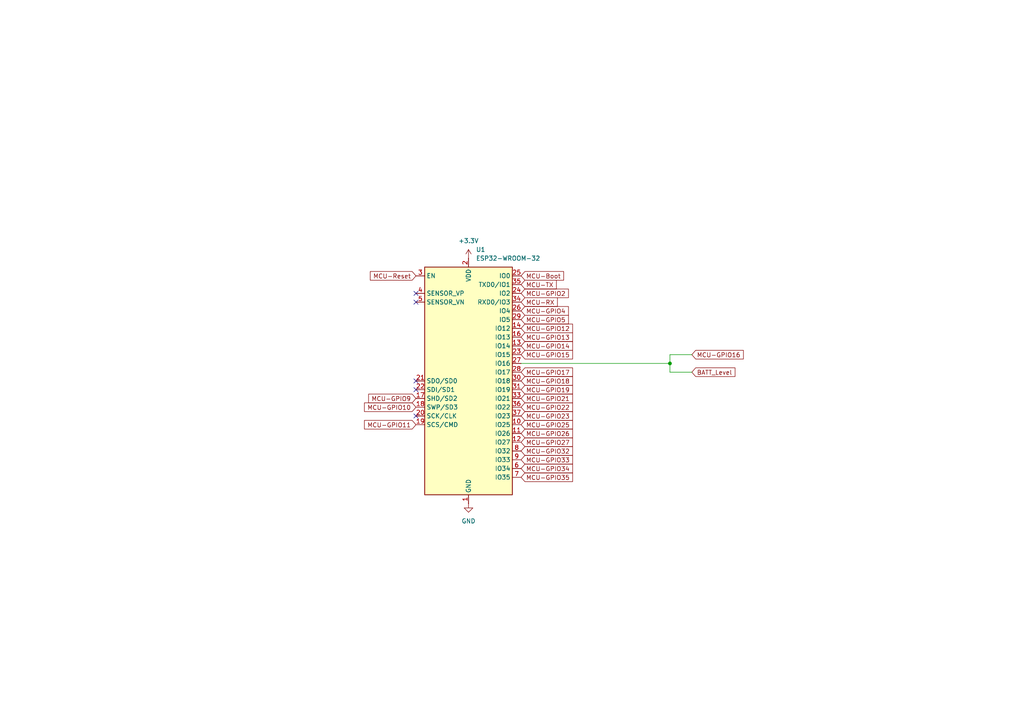
<source format=kicad_sch>
(kicad_sch (version 20250114) (generator "eeschema") (generator_version "9.0")
  (paper "A4")
  (title_block (title "BeanBike Controller MCU") (date "2025-10-10") (rev "1") (company "Ginobeano"))
  (lib_symbols
    (symbol "RF_Module:ESP32-WROOM-32"
      (property "Reference" "U" (at -12.7 34.29 0))
      (property "Value" "ESP32-WROOM-32" (at 1.27 34.29 0))
      (symbol "ESP32-WROOM-32_0_1"
        (rectangle (start -12.7 33.02) (end 12.7 -33.02) (stroke (width 0.254)) (fill (type background)))
      )
      (symbol "ESP32-WROOM-32_1_1"
        (pin input line (at -15.24 30.48 0) (length 2.54) (name "EN") (number "3"))
        (pin input line (at -15.24 25.4 0) (length 2.54) (name "SENSOR_VP") (number "4"))
        (pin input line (at -15.24 22.86 0) (length 2.54) (name "SENSOR_VN") (number "5"))
        (pin bidirectional line (at -15.24 0 0) (length 2.54) (name "SDO/SD0") (number "21"))
        (pin bidirectional line (at -15.24 -2.54 0) (length 2.54) (name "SDI/SD1") (number "22"))
        (pin bidirectional line (at -15.24 -5.08 0) (length 2.54) (name "SHD/SD2") (number "17"))
        (pin bidirectional line (at -15.24 -7.62 0) (length 2.54) (name "SWP/SD3") (number "18"))
        (pin bidirectional line (at -15.24 -10.16 0) (length 2.54) (name "SCK/CLK") (number "20"))
        (pin bidirectional line (at -15.24 -12.7 0) (length 2.54) (name "SCS/CMD") (number "19"))
        (pin no_connect line (at -12.7 -27.94 0) (length 2.54) (hide yes) (name "NC") (number "32"))
        (pin power_in line (at 0 35.56 270) (length 2.54) (name "VDD") (number "2"))
        (pin power_in line (at 0 -35.56 90) (length 2.54) (name "GND") (number "1"))
        (pin passive line (at 0 -35.56 90) (length 2.54) (hide yes) (name "GND") (number "15"))
        (pin passive line (at 0 -35.56 90) (length 2.54) (hide yes) (name "GND") (number "38"))
        (pin passive line (at 0 -35.56 90) (length 2.54) (hide yes) (name "GND") (number "39"))
        (pin bidirectional line (at 15.24 30.48 180) (length 2.54) (name "IO0") (number "25"))
        (pin bidirectional line (at 15.24 27.94 180) (length 2.54) (name "TXD0/IO1") (number "35"))
        (pin bidirectional line (at 15.24 25.4 180) (length 2.54) (name "IO2") (number "24"))
        (pin bidirectional line (at 15.24 22.86 180) (length 2.54) (name "RXD0/IO3") (number "34"))
        (pin bidirectional line (at 15.24 20.32 180) (length 2.54) (name "IO4") (number "26"))
        (pin bidirectional line (at 15.24 17.78 180) (length 2.54) (name "IO5") (number "29"))
        (pin bidirectional line (at 15.24 15.24 180) (length 2.54) (name "IO12") (number "14"))
        (pin bidirectional line (at 15.24 12.7 180) (length 2.54) (name "IO13") (number "16"))
        (pin bidirectional line (at 15.24 10.16 180) (length 2.54) (name "IO14") (number "13"))
        (pin bidirectional line (at 15.24 7.62 180) (length 2.54) (name "IO15") (number "23"))
        (pin bidirectional line (at 15.24 5.08 180) (length 2.54) (name "IO16") (number "27"))
        (pin bidirectional line (at 15.24 2.54 180) (length 2.54) (name "IO17") (number "28"))
        (pin bidirectional line (at 15.24 0 180) (length 2.54) (name "IO18") (number "30"))
        (pin bidirectional line (at 15.24 -2.54 180) (length 2.54) (name "IO19") (number "31"))
        (pin bidirectional line (at 15.24 -5.08 180) (length 2.54) (name "IO21") (number "33"))
        (pin bidirectional line (at 15.24 -7.62 180) (length 2.54) (name "IO22") (number "36"))
        (pin bidirectional line (at 15.24 -10.16 180) (length 2.54) (name "IO23") (number "37"))
        (pin bidirectional line (at 15.24 -12.7 180) (length 2.54) (name "IO25") (number "10"))
        (pin bidirectional line (at 15.24 -15.24 180) (length 2.54) (name "IO26") (number "11"))
        (pin bidirectional line (at 15.24 -17.78 180) (length 2.54) (name "IO27") (number "12"))
        (pin bidirectional line (at 15.24 -20.32 180) (length 2.54) (name "IO32") (number "8"))
        (pin bidirectional line (at 15.24 -22.86 180) (length 2.54) (name "IO33") (number "9"))
        (pin input line (at 15.24 -25.4 180) (length 2.54) (name "IO34") (number "6"))
        (pin input line (at 15.24 -27.94 180) (length 2.54) (name "IO35") (number "7"))
      )
    )
    (symbol "power:+3.3V" (power) (pin_numbers (hide yes)) (pin_names (offset 0) (hide yes))
      (property "Value" "+3.3V" (at 0 3.556 0))
      (symbol "+3.3V_0_1"
        (polyline (pts (xy -0.762 1.27) (xy 0 2.54)))
        (polyline (pts (xy 0 2.54) (xy 0.762 1.27)))
        (polyline (pts (xy 0 0) (xy 0 2.54)))
      )
      (symbol "+3.3V_1_1"
        (pin power_in line (at 0 0 90) (length 0) (name "~") (number "1"))
      )
    )
    (symbol "power:GND" (power) (pin_numbers (hide yes)) (pin_names (offset 0) (hide yes))
      (property "Value" "GND" (at 0 -3.81 0))
      (symbol "GND_0_1"
        (polyline (pts (xy 0 0) (xy 0 -1.27) (xy 1.27 -1.27) (xy 0 -2.54) (xy -1.27 -1.27) (xy 0 -1.27)))
      )
      (symbol "GND_1_1"
        (pin power_in line (at 0 0 270) (length 0) (name "~") (number "1"))
      )
    )
  )
  (junction (at 194.31 105.41))
  (no_connect (at 120.65 113.03))
  (no_connect (at 120.65 110.49))
  (no_connect (at 120.65 120.65))
  (no_connect (at 120.65 87.63))
  (no_connect (at 120.65 85.09))
  (wire (pts (xy 200.66 107.95) (xy 194.31 107.95)))
  (wire (pts (xy 194.31 102.87) (xy 194.31 105.41)))
  (wire (pts (xy 194.31 107.95) (xy 194.31 105.41)))
  (wire (pts (xy 194.31 105.41) (xy 151.13 105.41)))
  (wire (pts (xy 200.66 102.87) (xy 194.31 102.87)))
  (global_label "MCU-GPIO34" (shape input) (at 151.13 135.89 0) (property "Intersheetrefs" "${INTERSHEET_REFS}" (effects (hide yes))))
  (global_label "MCU-TX" (shape input) (at 151.13 82.55 0) (property "Intersheetrefs" "${INTERSHEET_REFS}" (effects (hide yes))))
  (global_label "MCU-GPIO22" (shape input) (at 151.13 118.11 0) (property "Intersheetrefs" "${INTERSHEET_REFS}" (effects (hide yes))))
  (global_label "MCU-GPIO12" (shape input) (at 151.13 95.25 0) (property "Intersheetrefs" "${INTERSHEET_REFS}" (effects (hide yes))))
  (global_label "MCU-GPIO13" (shape input) (at 151.13 97.79 0) (property "Intersheetrefs" "${INTERSHEET_REFS}" (effects (hide yes))))
  (global_label "MCU-GPIO26" (shape input) (at 151.13 125.73 0) (property "Intersheetrefs" "${INTERSHEET_REFS}" (effects (hide yes))))
  (global_label "MCU-GPIO17" (shape input) (at 151.13 107.95 0) (property "Intersheetrefs" "${INTERSHEET_REFS}" (effects (hide yes))))
  (global_label "MCU-GPIO14" (shape input) (at 151.13 100.33 0) (property "Intersheetrefs" "${INTERSHEET_REFS}" (effects (hide yes))))
  (global_label "MCU-Boot" (shape input) (at 151.13 80.01 0) (property "Intersheetrefs" "${INTERSHEET_REFS}" (effects (hide yes))))
  (global_label "MCU-GPIO11" (shape input) (at 120.65 123.19 180) (property "Intersheetrefs" "${INTERSHEET_REFS}" (effects (hide yes))))
  (global_label "MCU-GPIO19" (shape input) (at 151.13 113.03 0) (property "Intersheetrefs" "${INTERSHEET_REFS}" (effects (hide yes))))
  (global_label "MCU-GPIO2" (shape input) (at 151.13 85.09 0) (property "Intersheetrefs" "${INTERSHEET_REFS}" (effects (hide yes))))
  (global_label "MCU-GPIO33" (shape input) (at 151.13 133.35 0) (property "Intersheetrefs" "${INTERSHEET_REFS}" (effects (hide yes))))
  (global_label "MCU-GPIO21" (shape input) (at 151.13 115.57 0) (property "Intersheetrefs" "${INTERSHEET_REFS}" (effects (hide yes))))
  (global_label "MCU-GPIO5" (shape input) (at 151.13 92.71 0) (property "Intersheetrefs" "${INTERSHEET_REFS}" (effects (hide yes))))
  (global_label "MCU-GPIO25" (shape input) (at 151.13 123.19 0) (property "Intersheetrefs" "${INTERSHEET_REFS}" (effects (hide yes))))
  (global_label "MCU-GPIO23" (shape input) (at 151.13 120.65 0) (property "Intersheetrefs" "${INTERSHEET_REFS}" (effects (hide yes))))
  (global_label "MCU-RX" (shape input) (at 151.13 87.63 0) (property "Intersheetrefs" "${INTERSHEET_REFS}" (effects (hide yes))))
  (global_label "MCU-GPIO27" (shape input) (at 151.13 128.27 0) (property "Intersheetrefs" "${INTERSHEET_REFS}" (effects (hide yes))))
  (global_label "MCU-GPIO35" (shape input) (at 151.13 138.43 0) (property "Intersheetrefs" "${INTERSHEET_REFS}" (effects (hide yes))))
  (global_label "MCU-GPIO10" (shape input) (at 120.65 118.11 180) (property "Intersheetrefs" "${INTERSHEET_REFS}" (effects (hide yes))))
  (global_label "MCU-GPIO4" (shape input) (at 151.13 90.17 0) (property "Intersheetrefs" "${INTERSHEET_REFS}" (effects (hide yes))))
  (global_label "MCU-GPIO15" (shape input) (at 151.13 102.87 0) (property "Intersheetrefs" "${INTERSHEET_REFS}" (effects (hide yes))))
  (global_label "MCU-GPIO9" (shape input) (at 120.65 115.57 180) (property "Intersheetrefs" "${INTERSHEET_REFS}" (effects (hide yes))))
  (global_label "BATT_Level" (shape input) (at 200.66 107.95 0) (property "Intersheetrefs" "${INTERSHEET_REFS}" (effects (hide yes))))
  (global_label "MCU-GPIO32" (shape input) (at 151.13 130.81 0) (property "Intersheetrefs" "${INTERSHEET_REFS}" (effects (hide yes))))
  (global_label "MCU-GPIO16" (shape input) (at 200.66 102.87 0) (property "Intersheetrefs" "${INTERSHEET_REFS}" (effects (hide yes))))
  (global_label "MCU-Reset" (shape input) (at 120.65 80.01 180) (property "Intersheetrefs" "${INTERSHEET_REFS}" (effects (hide yes))))
  (global_label "MCU-GPIO18" (shape input) (at 151.13 110.49 0) (property "Intersheetrefs" "${INTERSHEET_REFS}" (effects (hide yes))))
  (symbol (lib_id "power:GND") (at 135.89 146.05 0) (unit 1)
    (property "Reference" "#PWR07" (effects (hide yes)))
    (property "Value" "GND" (at 135.89 151.13 0))
    (property "Description" "Power symbol creates a global label with name \"GND\" , ground" (effects (hide yes)))
  )
  (symbol (lib_id "RF_Module:ESP32-WROOM-32") (at 135.89 110.49 0) (unit 1)
    (property "Reference" "U1" (at 138.0333 72.39 0) (effects (justify left)))
    (property "Value" "ESP32-WROOM-32" (at 138.0333 74.93 0) (effects (justify left)))
    (property "Footprint" "RF_Module:ESP32-WROOM-32" (effects (hide yes)))
    (property "Datasheet" "https://www.espressif.com/sites/default/files/documentation/esp32-wroom-32_datasheet_en.pdf" (effects (hide yes)))
    (property "Description" "RF Module, ESP32-D0WDQ6 SoC, Wi-Fi 802.11b/g/n, Bluetooth, BLE, 32-bit, 2.7-3.6V, onboard antenna, SMD" (effects (hide yes)))
  )
  (symbol (lib_id "power:+3.3V") (at 135.89 74.93 0) (unit 1)
    (property "Reference" "#PWR06" (effects (hide yes)))
    (property "Value" "+3.3V" (at 135.89 69.85 0))
    (property "Description" "Power symbol creates a global label with name \"+3.3V\"" (effects (hide yes)))
  )
)
</source>
